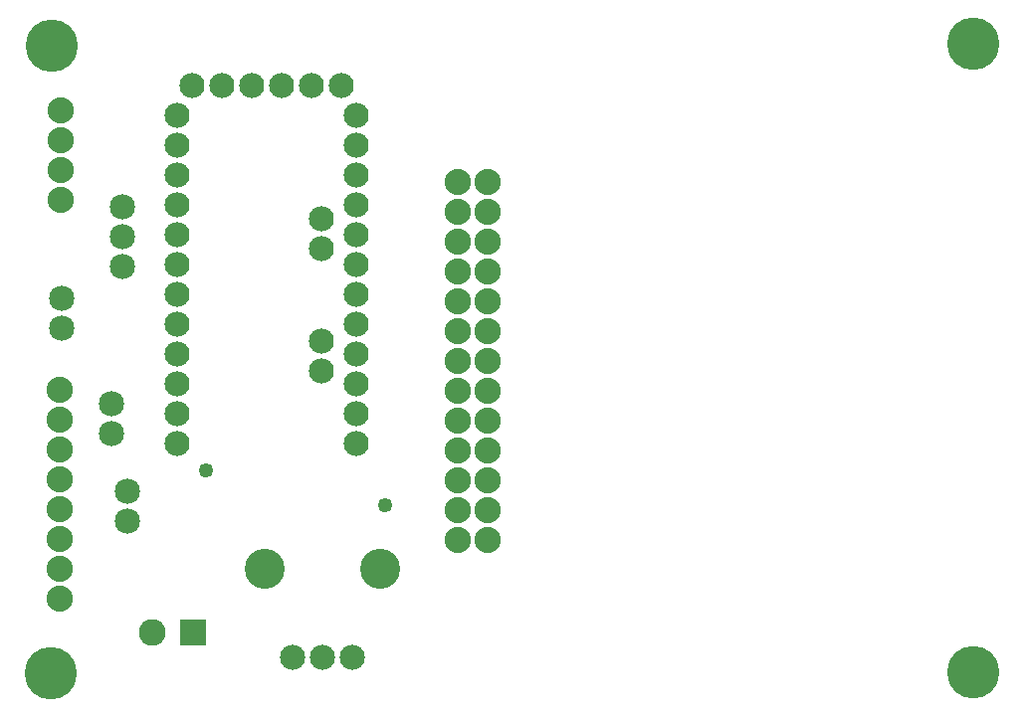
<source format=gbs>
G04 MADE WITH FRITZING*
G04 WWW.FRITZING.ORG*
G04 DOUBLE SIDED*
G04 HOLES PLATED*
G04 CONTOUR ON CENTER OF CONTOUR VECTOR*
%ASAXBY*%
%FSLAX23Y23*%
%MOIN*%
%OFA0B0*%
%SFA1.0B1.0*%
%ADD10C,0.084000*%
%ADD11C,0.088000*%
%ADD12C,0.084667*%
%ADD13C,0.084695*%
%ADD14C,0.134033*%
%ADD15C,0.085000*%
%ADD16C,0.175354*%
%ADD17C,0.049370*%
%ADD18C,0.090000*%
%ADD19R,0.090000X0.090000*%
%LNMASK0*%
G90*
G70*
G54D10*
X1098Y2093D03*
X998Y2093D03*
X898Y2093D03*
X798Y2093D03*
X698Y2093D03*
X598Y2093D03*
X1033Y1548D03*
X1033Y1648D03*
X1033Y1138D03*
X1033Y1238D03*
X1148Y1993D03*
X1148Y1893D03*
X1148Y1793D03*
X1148Y1693D03*
X1148Y1593D03*
X1148Y1493D03*
X1148Y1393D03*
X1148Y1293D03*
X1148Y1193D03*
X1148Y1093D03*
X1148Y993D03*
X1148Y893D03*
X548Y893D03*
X548Y993D03*
X548Y1093D03*
X548Y1193D03*
X548Y1293D03*
X548Y1393D03*
X548Y1493D03*
X548Y1593D03*
X548Y1693D03*
X548Y1793D03*
X548Y1893D03*
X548Y1993D03*
G54D11*
X159Y1711D03*
X159Y1811D03*
X159Y1911D03*
X159Y2011D03*
X159Y1711D03*
X159Y1811D03*
X159Y1911D03*
X159Y2011D03*
G54D12*
X1136Y176D03*
X1036Y176D03*
G54D13*
X936Y176D03*
G54D14*
X1230Y472D03*
X841Y472D03*
G54D12*
X1136Y176D03*
X1036Y176D03*
G54D13*
X936Y176D03*
G54D14*
X1230Y472D03*
X841Y472D03*
G54D15*
X366Y1687D03*
X366Y1587D03*
X366Y1487D03*
X329Y926D03*
X329Y1026D03*
X161Y1281D03*
X161Y1381D03*
X381Y735D03*
X381Y635D03*
G54D11*
X154Y1074D03*
X154Y974D03*
X154Y874D03*
X154Y774D03*
X154Y674D03*
X154Y574D03*
X154Y474D03*
X154Y374D03*
G54D16*
X3217Y127D03*
X3215Y2235D03*
X130Y2226D03*
X125Y125D03*
G54D11*
X1489Y1770D03*
X1489Y1670D03*
X1489Y1570D03*
X1489Y1470D03*
X1489Y1370D03*
X1489Y1270D03*
X1489Y1170D03*
X1489Y1070D03*
X1489Y970D03*
X1489Y870D03*
X1489Y770D03*
X1489Y670D03*
X1489Y570D03*
X1489Y1770D03*
X1489Y1670D03*
X1489Y1570D03*
X1489Y1470D03*
X1489Y1370D03*
X1489Y1270D03*
X1489Y1170D03*
X1489Y1070D03*
X1489Y970D03*
X1489Y870D03*
X1489Y770D03*
X1489Y670D03*
X1489Y570D03*
X1589Y570D03*
X1589Y670D03*
X1589Y770D03*
X1589Y870D03*
X1589Y970D03*
X1589Y1070D03*
X1589Y1170D03*
X1589Y1270D03*
X1589Y1370D03*
X1589Y1470D03*
X1589Y1570D03*
X1589Y1670D03*
X1589Y1770D03*
G54D17*
X1244Y686D03*
X646Y803D03*
G54D18*
X601Y260D03*
X464Y260D03*
G54D19*
X601Y260D03*
G04 End of Mask0*
M02*
</source>
